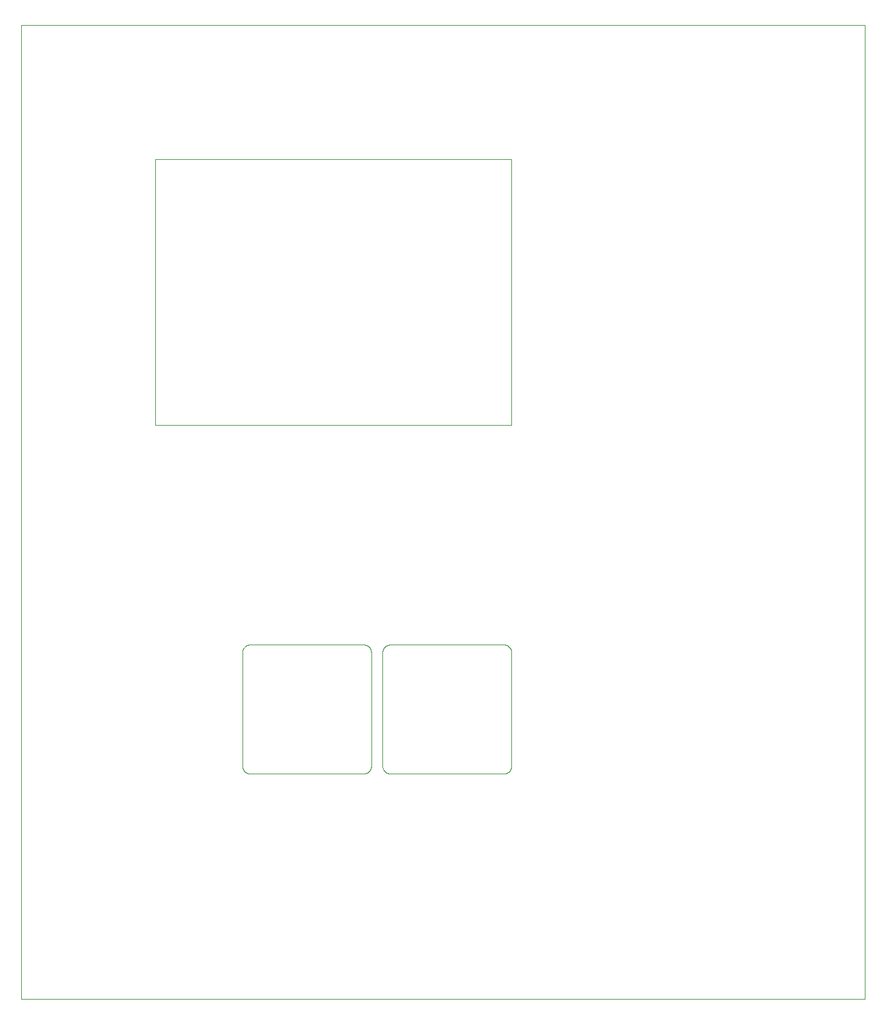
<source format=gm1>
G04 #@! TF.GenerationSoftware,KiCad,Pcbnew,(5.1.2)-1*
G04 #@! TF.CreationDate,2019-05-17T09:45:12+02:00*
G04 #@! TF.ProjectId,frontplate-ctag,66726f6e-7470-46c6-9174-652d63746167,rev?*
G04 #@! TF.SameCoordinates,Original*
G04 #@! TF.FileFunction,Profile,NP*
%FSLAX46Y46*%
G04 Gerber Fmt 4.6, Leading zero omitted, Abs format (unit mm)*
G04 Created by KiCad (PCBNEW (5.1.2)-1) date 2019-05-17 09:45:12*
%MOMM*%
%LPD*%
G04 APERTURE LIST*
%ADD10C,0.100000*%
G04 APERTURE END LIST*
D10*
X70437079Y-54863300D02*
X70437079Y-89864500D01*
X70437079Y-89864500D02*
X70437079Y-54863300D01*
X70437079Y-89864500D02*
X117437239Y-89864500D01*
X117437239Y-89864500D02*
X70437079Y-89864500D01*
X117437239Y-89864500D02*
X117437239Y-54863300D01*
X117437239Y-54863300D02*
X117437239Y-89864500D01*
X117437239Y-54863300D02*
X70437079Y-54863300D01*
X70437079Y-54863300D02*
X117437239Y-54863300D01*
X97935119Y-118863680D02*
X82936419Y-118863680D01*
X82936419Y-118863680D02*
X97935119Y-118863680D01*
X81935659Y-119864440D02*
X81935659Y-134863140D01*
X81935659Y-134863140D02*
X81935659Y-119864440D01*
X82936419Y-135863900D02*
X97935119Y-135863900D01*
X97935119Y-135863900D02*
X82936419Y-135863900D01*
X98935879Y-134863140D02*
X98935879Y-119864440D01*
X98935879Y-119864440D02*
X98935879Y-134863140D01*
X98937403Y-119864948D02*
X98937403Y-119858481D01*
X98937403Y-119858481D02*
X98937352Y-119852022D01*
X98937352Y-119852022D02*
X98937251Y-119845575D01*
X98937251Y-119845575D02*
X98937098Y-119839137D01*
X98937098Y-119839137D02*
X98936921Y-119832710D01*
X98936921Y-119832710D02*
X98936692Y-119826292D01*
X98936692Y-119826292D02*
X98936428Y-119819886D01*
X98936428Y-119819886D02*
X98936126Y-119813488D01*
X98936126Y-119813488D02*
X98935780Y-119807102D01*
X98935780Y-119807102D02*
X98935397Y-119800727D01*
X98935397Y-119800727D02*
X98934972Y-119794361D01*
X98934972Y-119794361D02*
X98934510Y-119788009D01*
X98934510Y-119788009D02*
X98934007Y-119781664D01*
X98934007Y-119781664D02*
X98933466Y-119775334D01*
X98933466Y-119775334D02*
X98932885Y-119769012D01*
X98932885Y-119769012D02*
X98932262Y-119762705D01*
X98932262Y-119762705D02*
X98931604Y-119756406D01*
X98931604Y-119756406D02*
X98930906Y-119750122D01*
X98930906Y-119750122D02*
X98930167Y-119743846D01*
X98930167Y-119743846D02*
X98929392Y-119737585D01*
X98929392Y-119737585D02*
X98928577Y-119731334D01*
X98928577Y-119731334D02*
X98927723Y-119725098D01*
X98927723Y-119725098D02*
X98926832Y-119718873D01*
X98926832Y-119718873D02*
X98925905Y-119712657D01*
X98925905Y-119712657D02*
X98924937Y-119706457D01*
X98924937Y-119706457D02*
X98923931Y-119700270D01*
X98923931Y-119700270D02*
X98922887Y-119694095D01*
X98922887Y-119694095D02*
X98921808Y-119687933D01*
X98921808Y-119687933D02*
X98920687Y-119681784D01*
X98920687Y-119681784D02*
X98919532Y-119675647D01*
X98919532Y-119675647D02*
X98918341Y-119669523D01*
X98918341Y-119669523D02*
X98917109Y-119663414D01*
X98917109Y-119663414D02*
X98915841Y-119657318D01*
X98915841Y-119657318D02*
X98914538Y-119651235D01*
X98914538Y-119651235D02*
X98913197Y-119645167D01*
X98913197Y-119645167D02*
X98911818Y-119639112D01*
X98911818Y-119639112D02*
X98910406Y-119633071D01*
X98910406Y-119633071D02*
X98908953Y-119627044D01*
X98908953Y-119627044D02*
X98907467Y-119621032D01*
X98907467Y-119621032D02*
X98905943Y-119615032D01*
X98905943Y-119615032D02*
X98904383Y-119609051D01*
X98904383Y-119609051D02*
X98902788Y-119603082D01*
X98902788Y-119603082D02*
X98901157Y-119597125D01*
X98901157Y-119597125D02*
X98899491Y-119591187D01*
X98899491Y-119591187D02*
X98897787Y-119585261D01*
X98897787Y-119585261D02*
X98896049Y-119579353D01*
X98896049Y-119579353D02*
X98894277Y-119573458D01*
X98894277Y-119573458D02*
X98892468Y-119567580D01*
X98892468Y-119567580D02*
X98888744Y-119555868D01*
X98888744Y-119555868D02*
X98884884Y-119544220D01*
X98884884Y-119544220D02*
X98880883Y-119532635D01*
X98880883Y-119532635D02*
X98876745Y-119521116D01*
X98876745Y-119521116D02*
X98872471Y-119509660D01*
X98872471Y-119509660D02*
X98868061Y-119498274D01*
X98868061Y-119498274D02*
X98863517Y-119486955D01*
X98863517Y-119486955D02*
X98858841Y-119475703D01*
X98858841Y-119475703D02*
X98854030Y-119464522D01*
X98854030Y-119464522D02*
X98849090Y-119453412D01*
X98849090Y-119453412D02*
X98844018Y-119442373D01*
X98844018Y-119442373D02*
X98838816Y-119431408D01*
X98838816Y-119431408D02*
X98833484Y-119420517D01*
X98833484Y-119420517D02*
X98828026Y-119409699D01*
X98828026Y-119409699D02*
X98822440Y-119398955D01*
X98822440Y-119398955D02*
X98816730Y-119388289D01*
X98816730Y-119388289D02*
X98810896Y-119377702D01*
X98810896Y-119377702D02*
X98804937Y-119367192D01*
X98804937Y-119367192D02*
X98798856Y-119356763D01*
X98798856Y-119356763D02*
X98792651Y-119346412D01*
X98792651Y-119346412D02*
X98786329Y-119336145D01*
X98786329Y-119336145D02*
X98779885Y-119325960D01*
X98779885Y-119325960D02*
X98773322Y-119315858D01*
X98773322Y-119315858D02*
X98766642Y-119305841D01*
X98766642Y-119305841D02*
X98759845Y-119295909D01*
X98759845Y-119295909D02*
X98752931Y-119286062D01*
X98752931Y-119286062D02*
X98745902Y-119276303D01*
X98745902Y-119276303D02*
X98738760Y-119266633D01*
X98738760Y-119266633D02*
X98731506Y-119257052D01*
X98731506Y-119257052D02*
X98724140Y-119247563D01*
X98724140Y-119247563D02*
X98716662Y-119238165D01*
X98716662Y-119238165D02*
X98709075Y-119228858D01*
X98709075Y-119228858D02*
X98701379Y-119219643D01*
X98701379Y-119219643D02*
X98693573Y-119210525D01*
X98693573Y-119210525D02*
X98685661Y-119201500D01*
X98685661Y-119201500D02*
X98677645Y-119192572D01*
X98677645Y-119192572D02*
X98669522Y-119183743D01*
X98669522Y-119183743D02*
X98661295Y-119175010D01*
X98661295Y-119175010D02*
X98652964Y-119166377D01*
X98652964Y-119166377D02*
X98644534Y-119157842D01*
X98644534Y-119157842D02*
X98635999Y-119149412D01*
X98635999Y-119149412D02*
X98627366Y-119141081D01*
X98627366Y-119141081D02*
X98618633Y-119132854D01*
X98618633Y-119132854D02*
X98609804Y-119124731D01*
X98609804Y-119124731D02*
X98600876Y-119116715D01*
X98600876Y-119116715D02*
X98591851Y-119108803D01*
X98591851Y-119108803D02*
X98582733Y-119100997D01*
X98582733Y-119100997D02*
X98573518Y-119093301D01*
X98573518Y-119093301D02*
X98564211Y-119085714D01*
X98564211Y-119085714D02*
X98554813Y-119078236D01*
X98554813Y-119078236D02*
X98545324Y-119070870D01*
X98545324Y-119070870D02*
X98535743Y-119063616D01*
X98535743Y-119063616D02*
X98526073Y-119056474D01*
X98526073Y-119056474D02*
X98516314Y-119049445D01*
X98516314Y-119049445D02*
X98506467Y-119042532D01*
X98506467Y-119042532D02*
X98496535Y-119035735D01*
X98496535Y-119035735D02*
X98486518Y-119029054D01*
X98486518Y-119029054D02*
X98476416Y-119022491D01*
X98476416Y-119022491D02*
X98466231Y-119016047D01*
X98466231Y-119016047D02*
X98455964Y-119009725D01*
X98455964Y-119009725D02*
X98445614Y-119003520D01*
X98445614Y-119003520D02*
X98435184Y-118997439D01*
X98435184Y-118997439D02*
X98424674Y-118991480D01*
X98424674Y-118991480D02*
X98414087Y-118985646D01*
X98414087Y-118985646D02*
X98403422Y-118979936D01*
X98403422Y-118979936D02*
X98392677Y-118974350D01*
X98392677Y-118974350D02*
X98381860Y-118968892D01*
X98381860Y-118968892D02*
X98370968Y-118963560D01*
X98370968Y-118963560D02*
X98360003Y-118958358D01*
X98360003Y-118958358D02*
X98348964Y-118953286D01*
X98348964Y-118953286D02*
X98337854Y-118948346D01*
X98337854Y-118948346D02*
X98326673Y-118943535D01*
X98326673Y-118943535D02*
X98315421Y-118938859D01*
X98315421Y-118938859D02*
X98304102Y-118934315D01*
X98304102Y-118934315D02*
X98292716Y-118929905D01*
X98292716Y-118929905D02*
X98281260Y-118925631D01*
X98281260Y-118925631D02*
X98269741Y-118921493D01*
X98269741Y-118921493D02*
X98258156Y-118917492D01*
X98258156Y-118917492D02*
X98246508Y-118913632D01*
X98246508Y-118913632D02*
X98234796Y-118909908D01*
X98234796Y-118909908D02*
X98228918Y-118908100D01*
X98228918Y-118908100D02*
X98223023Y-118906327D01*
X98223023Y-118906327D02*
X98217115Y-118904589D01*
X98217115Y-118904589D02*
X98211189Y-118902885D01*
X98211189Y-118902885D02*
X98205251Y-118901219D01*
X98205251Y-118901219D02*
X98199294Y-118899588D01*
X98199294Y-118899588D02*
X98193325Y-118897993D01*
X98193325Y-118897993D02*
X98187344Y-118896433D01*
X98187344Y-118896433D02*
X98181344Y-118894909D01*
X98181344Y-118894909D02*
X98175332Y-118893423D01*
X98175332Y-118893423D02*
X98169305Y-118891971D01*
X98169305Y-118891971D02*
X98163265Y-118890558D01*
X98163265Y-118890558D02*
X98157209Y-118889179D01*
X98157209Y-118889179D02*
X98151141Y-118887838D01*
X98151141Y-118887838D02*
X98145058Y-118886535D01*
X98145058Y-118886535D02*
X98138962Y-118885267D01*
X98138962Y-118885267D02*
X98132853Y-118884036D01*
X98132853Y-118884036D02*
X98126729Y-118882844D01*
X98126729Y-118882844D02*
X98120593Y-118881689D01*
X98120593Y-118881689D02*
X98114443Y-118880568D01*
X98114443Y-118880568D02*
X98108281Y-118879489D01*
X98108281Y-118879489D02*
X98102106Y-118878445D01*
X98102106Y-118878445D02*
X98095919Y-118877439D01*
X98095919Y-118877439D02*
X98089719Y-118876471D01*
X98089719Y-118876471D02*
X98083503Y-118875544D01*
X98083503Y-118875544D02*
X98077278Y-118874653D01*
X98077278Y-118874653D02*
X98071042Y-118873799D01*
X98071042Y-118873799D02*
X98064791Y-118872984D01*
X98064791Y-118872984D02*
X98058530Y-118872209D01*
X98058530Y-118872209D02*
X98052254Y-118871470D01*
X98052254Y-118871470D02*
X98045970Y-118870772D01*
X98045970Y-118870772D02*
X98039671Y-118870114D01*
X98039671Y-118870114D02*
X98033364Y-118869492D01*
X98033364Y-118869492D02*
X98027042Y-118868910D01*
X98027042Y-118868910D02*
X98020712Y-118868369D01*
X98020712Y-118868369D02*
X98014367Y-118867866D01*
X98014367Y-118867866D02*
X98008015Y-118867404D01*
X98008015Y-118867404D02*
X98001649Y-118866979D01*
X98001649Y-118866979D02*
X97995274Y-118866596D01*
X97995274Y-118866596D02*
X97988888Y-118866250D01*
X97988888Y-118866250D02*
X97982490Y-118865948D01*
X97982490Y-118865948D02*
X97976084Y-118865684D01*
X97976084Y-118865684D02*
X97969666Y-118865455D01*
X97969666Y-118865455D02*
X97963240Y-118865278D01*
X97963240Y-118865278D02*
X97956801Y-118865125D01*
X97956801Y-118865125D02*
X97950354Y-118865024D01*
X97950354Y-118865024D02*
X97943895Y-118864973D01*
X97943895Y-118864973D02*
X97937428Y-118864973D01*
X97937405Y-135864916D02*
X97943872Y-135864916D01*
X97943872Y-135864916D02*
X97950331Y-135864865D01*
X97950331Y-135864865D02*
X97956778Y-135864764D01*
X97956778Y-135864764D02*
X97963217Y-135864611D01*
X97963217Y-135864611D02*
X97969643Y-135864433D01*
X97969643Y-135864433D02*
X97976061Y-135864205D01*
X97976061Y-135864205D02*
X97982467Y-135863941D01*
X97982467Y-135863941D02*
X97988866Y-135863638D01*
X97988866Y-135863638D02*
X97995251Y-135863293D01*
X97995251Y-135863293D02*
X98001627Y-135862909D01*
X98001627Y-135862909D02*
X98007992Y-135862485D01*
X98007992Y-135862485D02*
X98014344Y-135862023D01*
X98014344Y-135862023D02*
X98020689Y-135861520D01*
X98020689Y-135861520D02*
X98027019Y-135860979D01*
X98027019Y-135860979D02*
X98033341Y-135860397D01*
X98033341Y-135860397D02*
X98039648Y-135859775D01*
X98039648Y-135859775D02*
X98045947Y-135859117D01*
X98045947Y-135859117D02*
X98052231Y-135858419D01*
X98052231Y-135858419D02*
X98058507Y-135857680D01*
X98058507Y-135857680D02*
X98064768Y-135856905D01*
X98064768Y-135856905D02*
X98071019Y-135856090D01*
X98071019Y-135856090D02*
X98077255Y-135855236D01*
X98077255Y-135855236D02*
X98083481Y-135854345D01*
X98083481Y-135854345D02*
X98089696Y-135853417D01*
X98089696Y-135853417D02*
X98095896Y-135852450D01*
X98095896Y-135852450D02*
X98102084Y-135851444D01*
X98102084Y-135851444D02*
X98108258Y-135850400D01*
X98108258Y-135850400D02*
X98114420Y-135849320D01*
X98114420Y-135849320D02*
X98120570Y-135848200D01*
X98120570Y-135848200D02*
X98126706Y-135847045D01*
X98126706Y-135847045D02*
X98132830Y-135845853D01*
X98132830Y-135845853D02*
X98138939Y-135844621D01*
X98138939Y-135844621D02*
X98145035Y-135843354D01*
X98145035Y-135843354D02*
X98151118Y-135842051D01*
X98151118Y-135842051D02*
X98157186Y-135840710D01*
X98157186Y-135840710D02*
X98163242Y-135839331D01*
X98163242Y-135839331D02*
X98169282Y-135837918D01*
X98169282Y-135837918D02*
X98175309Y-135836465D01*
X98175309Y-135836465D02*
X98181321Y-135834980D01*
X98181321Y-135834980D02*
X98187321Y-135833456D01*
X98187321Y-135833456D02*
X98193303Y-135831896D01*
X98193303Y-135831896D02*
X98199272Y-135830301D01*
X98199272Y-135830301D02*
X98205228Y-135828670D01*
X98205228Y-135828670D02*
X98211166Y-135827004D01*
X98211166Y-135827004D02*
X98217092Y-135825300D01*
X98217092Y-135825300D02*
X98223000Y-135823562D01*
X98223000Y-135823562D02*
X98228896Y-135821789D01*
X98228896Y-135821789D02*
X98234773Y-135819981D01*
X98234773Y-135819981D02*
X98246485Y-135816257D01*
X98246485Y-135816257D02*
X98258134Y-135812396D01*
X98258134Y-135812396D02*
X98269719Y-135808396D01*
X98269719Y-135808396D02*
X98281237Y-135804258D01*
X98281237Y-135804258D02*
X98292693Y-135799983D01*
X98292693Y-135799983D02*
X98304080Y-135795574D01*
X98304080Y-135795574D02*
X98315398Y-135791030D01*
X98315398Y-135791030D02*
X98326650Y-135786354D01*
X98326650Y-135786354D02*
X98337831Y-135781543D01*
X98337831Y-135781543D02*
X98348941Y-135776603D01*
X98348941Y-135776603D02*
X98359980Y-135771530D01*
X98359980Y-135771530D02*
X98370945Y-135766328D01*
X98370945Y-135766328D02*
X98381837Y-135760997D01*
X98381837Y-135760997D02*
X98392655Y-135755539D01*
X98392655Y-135755539D02*
X98403399Y-135749953D01*
X98403399Y-135749953D02*
X98414064Y-135744243D01*
X98414064Y-135744243D02*
X98424651Y-135738409D01*
X98424651Y-135738409D02*
X98435161Y-135732450D01*
X98435161Y-135732450D02*
X98445591Y-135726369D01*
X98445591Y-135726369D02*
X98455941Y-135720164D01*
X98455941Y-135720164D02*
X98466208Y-135713842D01*
X98466208Y-135713842D02*
X98476393Y-135707398D01*
X98476393Y-135707398D02*
X98486495Y-135700835D01*
X98486495Y-135700835D02*
X98496513Y-135694154D01*
X98496513Y-135694154D02*
X98506444Y-135687357D01*
X98506444Y-135687357D02*
X98516292Y-135680443D01*
X98516292Y-135680443D02*
X98526050Y-135673415D01*
X98526050Y-135673415D02*
X98535720Y-135666273D01*
X98535720Y-135666273D02*
X98545301Y-135659019D01*
X98545301Y-135659019D02*
X98554790Y-135651653D01*
X98554790Y-135651653D02*
X98564188Y-135644175D01*
X98564188Y-135644175D02*
X98573495Y-135636588D01*
X98573495Y-135636588D02*
X98582710Y-135628892D01*
X98582710Y-135628892D02*
X98591829Y-135621086D01*
X98591829Y-135621086D02*
X98600853Y-135613174D01*
X98600853Y-135613174D02*
X98609781Y-135605158D01*
X98609781Y-135605158D02*
X98618610Y-135597035D01*
X98618610Y-135597035D02*
X98627343Y-135588808D01*
X98627343Y-135588808D02*
X98635976Y-135580477D01*
X98635976Y-135580477D02*
X98644511Y-135572046D01*
X98644511Y-135572046D02*
X98652941Y-135563512D01*
X98652941Y-135563512D02*
X98661272Y-135554879D01*
X98661272Y-135554879D02*
X98669499Y-135546146D01*
X98669499Y-135546146D02*
X98677622Y-135537317D01*
X98677622Y-135537317D02*
X98685638Y-135528389D01*
X98685638Y-135528389D02*
X98693551Y-135519364D01*
X98693551Y-135519364D02*
X98701356Y-135510246D01*
X98701356Y-135510246D02*
X98709052Y-135501031D01*
X98709052Y-135501031D02*
X98716639Y-135491724D01*
X98716639Y-135491724D02*
X98724117Y-135482326D01*
X98724117Y-135482326D02*
X98731483Y-135472837D01*
X98731483Y-135472837D02*
X98738737Y-135463256D01*
X98738737Y-135463256D02*
X98745880Y-135453586D01*
X98745880Y-135453586D02*
X98752908Y-135443827D01*
X98752908Y-135443827D02*
X98759822Y-135433980D01*
X98759822Y-135433980D02*
X98766619Y-135424048D01*
X98766619Y-135424048D02*
X98773299Y-135414030D01*
X98773299Y-135414030D02*
X98779862Y-135403929D01*
X98779862Y-135403929D02*
X98786306Y-135393743D01*
X98786306Y-135393743D02*
X98792628Y-135383477D01*
X98792628Y-135383477D02*
X98798834Y-135373126D01*
X98798834Y-135373126D02*
X98804914Y-135362697D01*
X98804914Y-135362697D02*
X98810873Y-135352187D01*
X98810873Y-135352187D02*
X98816708Y-135341600D01*
X98816708Y-135341600D02*
X98822417Y-135330934D01*
X98822417Y-135330934D02*
X98828003Y-135320190D01*
X98828003Y-135320190D02*
X98833461Y-135309372D01*
X98833461Y-135309372D02*
X98838793Y-135298481D01*
X98838793Y-135298481D02*
X98843995Y-135287516D01*
X98843995Y-135287516D02*
X98849067Y-135276477D01*
X98849067Y-135276477D02*
X98854007Y-135265367D01*
X98854007Y-135265367D02*
X98858818Y-135254186D01*
X98858818Y-135254186D02*
X98863494Y-135242934D01*
X98863494Y-135242934D02*
X98868038Y-135231615D01*
X98868038Y-135231615D02*
X98872448Y-135220228D01*
X98872448Y-135220228D02*
X98876723Y-135208773D01*
X98876723Y-135208773D02*
X98880860Y-135197254D01*
X98880860Y-135197254D02*
X98884861Y-135185669D01*
X98884861Y-135185669D02*
X98888722Y-135174021D01*
X98888722Y-135174021D02*
X98892445Y-135162309D01*
X98892445Y-135162309D02*
X98894254Y-135156431D01*
X98894254Y-135156431D02*
X98896027Y-135150536D01*
X98896027Y-135150536D02*
X98897764Y-135144628D01*
X98897764Y-135144628D02*
X98899468Y-135138702D01*
X98899468Y-135138702D02*
X98901135Y-135132764D01*
X98901135Y-135132764D02*
X98902765Y-135126807D01*
X98902765Y-135126807D02*
X98904360Y-135120838D01*
X98904360Y-135120838D02*
X98905920Y-135114857D01*
X98905920Y-135114857D02*
X98907444Y-135108857D01*
X98907444Y-135108857D02*
X98908930Y-135102845D01*
X98908930Y-135102845D02*
X98910383Y-135096817D01*
X98910383Y-135096817D02*
X98911795Y-135090777D01*
X98911795Y-135090777D02*
X98913174Y-135084722D01*
X98913174Y-135084722D02*
X98914515Y-135078654D01*
X98914515Y-135078654D02*
X98915818Y-135072571D01*
X98915818Y-135072571D02*
X98917086Y-135066475D01*
X98917086Y-135066475D02*
X98918318Y-135060366D01*
X98918318Y-135060366D02*
X98919509Y-135054242D01*
X98919509Y-135054242D02*
X98920665Y-135048105D01*
X98920665Y-135048105D02*
X98921785Y-135041956D01*
X98921785Y-135041956D02*
X98922864Y-135035794D01*
X98922864Y-135035794D02*
X98923908Y-135029619D01*
X98923908Y-135029619D02*
X98924914Y-135023432D01*
X98924914Y-135023432D02*
X98925882Y-135017232D01*
X98925882Y-135017232D02*
X98926809Y-135011016D01*
X98926809Y-135011016D02*
X98927700Y-135004791D01*
X98927700Y-135004791D02*
X98928554Y-134998555D01*
X98928554Y-134998555D02*
X98929369Y-134992304D01*
X98929369Y-134992304D02*
X98930144Y-134986043D01*
X98930144Y-134986043D02*
X98930883Y-134979767D01*
X98930883Y-134979767D02*
X98931582Y-134973483D01*
X98931582Y-134973483D02*
X98932239Y-134967183D01*
X98932239Y-134967183D02*
X98932862Y-134960877D01*
X98932862Y-134960877D02*
X98933443Y-134954555D01*
X98933443Y-134954555D02*
X98933984Y-134948225D01*
X98933984Y-134948225D02*
X98934487Y-134941880D01*
X98934487Y-134941880D02*
X98934950Y-134935527D01*
X98934950Y-134935527D02*
X98935374Y-134929162D01*
X98935374Y-134929162D02*
X98935757Y-134922787D01*
X98935757Y-134922787D02*
X98936103Y-134916401D01*
X98936103Y-134916401D02*
X98936405Y-134910003D01*
X98936405Y-134910003D02*
X98936669Y-134903597D01*
X98936669Y-134903597D02*
X98936898Y-134897179D01*
X98936898Y-134897179D02*
X98937076Y-134890752D01*
X98937076Y-134890752D02*
X98937228Y-134884313D01*
X98937228Y-134884313D02*
X98937330Y-134877867D01*
X98937330Y-134877867D02*
X98937380Y-134871408D01*
X98937380Y-134871408D02*
X98937380Y-134864941D01*
X82937435Y-118864950D02*
X82930968Y-118864950D01*
X82930968Y-118864950D02*
X82924509Y-118865001D01*
X82924509Y-118865001D02*
X82918063Y-118865102D01*
X82918063Y-118865102D02*
X82911624Y-118865255D01*
X82911624Y-118865255D02*
X82905198Y-118865433D01*
X82905198Y-118865433D02*
X82898779Y-118865661D01*
X82898779Y-118865661D02*
X82892373Y-118865925D01*
X82892373Y-118865925D02*
X82885975Y-118866228D01*
X82885975Y-118866228D02*
X82879589Y-118866573D01*
X82879589Y-118866573D02*
X82873214Y-118866957D01*
X82873214Y-118866957D02*
X82866849Y-118867381D01*
X82866849Y-118867381D02*
X82860496Y-118867843D01*
X82860496Y-118867843D02*
X82854151Y-118868346D01*
X82854151Y-118868346D02*
X82847821Y-118868887D01*
X82847821Y-118868887D02*
X82841499Y-118869469D01*
X82841499Y-118869469D02*
X82835193Y-118870091D01*
X82835193Y-118870091D02*
X82828893Y-118870749D01*
X82828893Y-118870749D02*
X82822609Y-118871447D01*
X82822609Y-118871447D02*
X82816333Y-118872186D01*
X82816333Y-118872186D02*
X82810072Y-118872961D01*
X82810072Y-118872961D02*
X82803821Y-118873776D01*
X82803821Y-118873776D02*
X82797585Y-118874630D01*
X82797585Y-118874630D02*
X82791360Y-118875521D01*
X82791360Y-118875521D02*
X82785144Y-118876449D01*
X82785144Y-118876449D02*
X82778944Y-118877416D01*
X82778944Y-118877416D02*
X82772757Y-118878422D01*
X82772757Y-118878422D02*
X82766582Y-118879466D01*
X82766582Y-118879466D02*
X82760420Y-118880546D01*
X82760420Y-118880546D02*
X82754271Y-118881666D01*
X82754271Y-118881666D02*
X82748134Y-118882821D01*
X82748134Y-118882821D02*
X82742010Y-118884013D01*
X82742010Y-118884013D02*
X82735901Y-118885245D01*
X82735901Y-118885245D02*
X82729805Y-118886512D01*
X82729805Y-118886512D02*
X82723722Y-118887815D01*
X82723722Y-118887815D02*
X82717654Y-118889156D01*
X82717654Y-118889156D02*
X82711599Y-118890535D01*
X82711599Y-118890535D02*
X82705559Y-118891948D01*
X82705559Y-118891948D02*
X82699531Y-118893401D01*
X82699531Y-118893401D02*
X82693519Y-118894886D01*
X82693519Y-118894886D02*
X82687520Y-118896410D01*
X82687520Y-118896410D02*
X82681538Y-118897970D01*
X82681538Y-118897970D02*
X82675569Y-118899565D01*
X82675569Y-118899565D02*
X82669613Y-118901196D01*
X82669613Y-118901196D02*
X82663674Y-118902862D01*
X82663674Y-118902862D02*
X82657748Y-118904566D01*
X82657748Y-118904566D02*
X82651840Y-118906304D01*
X82651840Y-118906304D02*
X82645945Y-118908077D01*
X82645945Y-118908077D02*
X82640067Y-118909885D01*
X82640067Y-118909885D02*
X82628355Y-118913609D01*
X82628355Y-118913609D02*
X82616707Y-118917470D01*
X82616707Y-118917470D02*
X82605122Y-118921470D01*
X82605122Y-118921470D02*
X82593603Y-118925608D01*
X82593603Y-118925608D02*
X82582148Y-118929883D01*
X82582148Y-118929883D02*
X82570761Y-118934292D01*
X82570761Y-118934292D02*
X82559443Y-118938836D01*
X82559443Y-118938836D02*
X82548190Y-118943512D01*
X82548190Y-118943512D02*
X82537009Y-118948323D01*
X82537009Y-118948323D02*
X82525899Y-118953263D01*
X82525899Y-118953263D02*
X82514861Y-118958336D01*
X82514861Y-118958336D02*
X82503895Y-118963538D01*
X82503895Y-118963538D02*
X82493004Y-118968869D01*
X82493004Y-118968869D02*
X82482186Y-118974327D01*
X82482186Y-118974327D02*
X82471442Y-118979913D01*
X82471442Y-118979913D02*
X82460776Y-118985623D01*
X82460776Y-118985623D02*
X82450190Y-118991457D01*
X82450190Y-118991457D02*
X82439679Y-118997416D01*
X82439679Y-118997416D02*
X82429250Y-119003497D01*
X82429250Y-119003497D02*
X82418899Y-119009702D01*
X82418899Y-119009702D02*
X82408633Y-119016024D01*
X82408633Y-119016024D02*
X82398447Y-119022468D01*
X82398447Y-119022468D02*
X82388346Y-119029031D01*
X82388346Y-119029031D02*
X82378328Y-119035712D01*
X82378328Y-119035712D02*
X82368396Y-119042509D01*
X82368396Y-119042509D02*
X82358549Y-119049423D01*
X82358549Y-119049423D02*
X82348790Y-119056451D01*
X82348790Y-119056451D02*
X82339120Y-119063593D01*
X82339120Y-119063593D02*
X82329540Y-119070847D01*
X82329540Y-119070847D02*
X82320050Y-119078213D01*
X82320050Y-119078213D02*
X82310652Y-119085691D01*
X82310652Y-119085691D02*
X82301346Y-119093278D01*
X82301346Y-119093278D02*
X82292130Y-119100974D01*
X82292130Y-119100974D02*
X82283012Y-119108780D01*
X82283012Y-119108780D02*
X82273987Y-119116692D01*
X82273987Y-119116692D02*
X82265059Y-119124708D01*
X82265059Y-119124708D02*
X82256230Y-119132831D01*
X82256230Y-119132831D02*
X82247498Y-119141058D01*
X82247498Y-119141058D02*
X82238864Y-119149389D01*
X82238864Y-119149389D02*
X82230330Y-119157820D01*
X82230330Y-119157820D02*
X82221899Y-119166354D01*
X82221899Y-119166354D02*
X82213568Y-119174987D01*
X82213568Y-119174987D02*
X82205341Y-119183720D01*
X82205341Y-119183720D02*
X82197218Y-119192549D01*
X82197218Y-119192549D02*
X82189202Y-119201477D01*
X82189202Y-119201477D02*
X82181290Y-119210502D01*
X82181290Y-119210502D02*
X82173485Y-119219620D01*
X82173485Y-119219620D02*
X82165788Y-119228835D01*
X82165788Y-119228835D02*
X82158201Y-119238142D01*
X82158201Y-119238142D02*
X82150724Y-119247540D01*
X82150724Y-119247540D02*
X82143358Y-119257029D01*
X82143358Y-119257029D02*
X82136103Y-119266610D01*
X82136103Y-119266610D02*
X82128961Y-119276280D01*
X82128961Y-119276280D02*
X82121933Y-119286039D01*
X82121933Y-119286039D02*
X82115019Y-119295886D01*
X82115019Y-119295886D02*
X82108222Y-119305818D01*
X82108222Y-119305818D02*
X82101542Y-119315836D01*
X82101542Y-119315836D02*
X82094978Y-119325937D01*
X82094978Y-119325937D02*
X82088534Y-119336123D01*
X82088534Y-119336123D02*
X82082212Y-119346389D01*
X82082212Y-119346389D02*
X82076007Y-119356740D01*
X82076007Y-119356740D02*
X82069926Y-119367169D01*
X82069926Y-119367169D02*
X82063967Y-119377679D01*
X82063967Y-119377679D02*
X82058133Y-119388266D01*
X82058133Y-119388266D02*
X82052423Y-119398932D01*
X82052423Y-119398932D02*
X82046838Y-119409676D01*
X82046838Y-119409676D02*
X82041379Y-119420494D01*
X82041379Y-119420494D02*
X82036048Y-119431385D01*
X82036048Y-119431385D02*
X82030846Y-119442350D01*
X82030846Y-119442350D02*
X82025773Y-119453389D01*
X82025773Y-119453389D02*
X82020833Y-119464499D01*
X82020833Y-119464499D02*
X82016022Y-119475680D01*
X82016022Y-119475680D02*
X82011346Y-119486932D01*
X82011346Y-119486932D02*
X82006802Y-119498251D01*
X82006802Y-119498251D02*
X82002393Y-119509638D01*
X82002393Y-119509638D02*
X81998118Y-119521093D01*
X81998118Y-119521093D02*
X81993980Y-119532612D01*
X81993980Y-119532612D02*
X81989980Y-119544197D01*
X81989980Y-119544197D02*
X81986119Y-119555845D01*
X81986119Y-119555845D02*
X81982395Y-119567557D01*
X81982395Y-119567557D02*
X81980587Y-119573435D01*
X81980587Y-119573435D02*
X81978814Y-119579330D01*
X81978814Y-119579330D02*
X81977076Y-119585238D01*
X81977076Y-119585238D02*
X81975372Y-119591164D01*
X81975372Y-119591164D02*
X81973706Y-119597102D01*
X81973706Y-119597102D02*
X81972075Y-119603059D01*
X81972075Y-119603059D02*
X81970480Y-119609028D01*
X81970480Y-119609028D02*
X81968921Y-119615009D01*
X81968921Y-119615009D02*
X81967397Y-119621009D01*
X81967397Y-119621009D02*
X81965911Y-119627021D01*
X81965911Y-119627021D02*
X81964458Y-119633049D01*
X81964458Y-119633049D02*
X81963046Y-119639089D01*
X81963046Y-119639089D02*
X81961666Y-119645144D01*
X81961666Y-119645144D02*
X81960325Y-119651212D01*
X81960325Y-119651212D02*
X81959022Y-119657295D01*
X81959022Y-119657295D02*
X81957755Y-119663391D01*
X81957755Y-119663391D02*
X81956523Y-119669500D01*
X81956523Y-119669500D02*
X81955332Y-119675624D01*
X81955332Y-119675624D02*
X81954176Y-119681761D01*
X81954176Y-119681761D02*
X81953056Y-119687910D01*
X81953056Y-119687910D02*
X81951976Y-119694072D01*
X81951976Y-119694072D02*
X81950932Y-119700247D01*
X81950932Y-119700247D02*
X81949926Y-119706434D01*
X81949926Y-119706434D02*
X81948959Y-119712634D01*
X81948959Y-119712634D02*
X81948032Y-119718850D01*
X81948032Y-119718850D02*
X81947140Y-119725075D01*
X81947140Y-119725075D02*
X81946287Y-119731311D01*
X81946287Y-119731311D02*
X81945471Y-119737562D01*
X81945471Y-119737562D02*
X81944697Y-119743823D01*
X81944697Y-119743823D02*
X81943957Y-119750099D01*
X81943957Y-119750099D02*
X81943259Y-119756383D01*
X81943259Y-119756383D02*
X81942601Y-119762683D01*
X81942601Y-119762683D02*
X81941979Y-119768989D01*
X81941979Y-119768989D02*
X81941397Y-119775311D01*
X81941397Y-119775311D02*
X81940856Y-119781641D01*
X81940856Y-119781641D02*
X81940353Y-119787986D01*
X81940353Y-119787986D02*
X81939891Y-119794339D01*
X81939891Y-119794339D02*
X81939467Y-119800704D01*
X81939467Y-119800704D02*
X81939083Y-119807079D01*
X81939083Y-119807079D02*
X81938738Y-119813465D01*
X81938738Y-119813465D02*
X81938435Y-119819863D01*
X81938435Y-119819863D02*
X81938171Y-119826269D01*
X81938171Y-119826269D02*
X81937943Y-119832687D01*
X81937943Y-119832687D02*
X81937765Y-119839114D01*
X81937765Y-119839114D02*
X81937612Y-119845553D01*
X81937612Y-119845553D02*
X81937511Y-119851999D01*
X81937511Y-119851999D02*
X81937460Y-119858458D01*
X81937460Y-119858458D02*
X81937460Y-119864925D01*
X81937437Y-134864918D02*
X81937437Y-134871385D01*
X81937437Y-134871385D02*
X81937488Y-134877844D01*
X81937488Y-134877844D02*
X81937590Y-134884291D01*
X81937590Y-134884291D02*
X81937742Y-134890729D01*
X81937742Y-134890729D02*
X81937920Y-134897156D01*
X81937920Y-134897156D02*
X81938148Y-134903574D01*
X81938148Y-134903574D02*
X81938413Y-134909980D01*
X81938413Y-134909980D02*
X81938715Y-134916378D01*
X81938715Y-134916378D02*
X81939060Y-134922764D01*
X81939060Y-134922764D02*
X81939444Y-134929139D01*
X81939444Y-134929139D02*
X81939868Y-134935505D01*
X81939868Y-134935505D02*
X81940330Y-134941857D01*
X81940330Y-134941857D02*
X81940833Y-134948202D01*
X81940833Y-134948202D02*
X81941374Y-134954532D01*
X81941374Y-134954532D02*
X81941956Y-134960854D01*
X81941956Y-134960854D02*
X81942578Y-134967161D01*
X81942578Y-134967161D02*
X81943236Y-134973460D01*
X81943236Y-134973460D02*
X81943935Y-134979744D01*
X81943935Y-134979744D02*
X81944674Y-134986020D01*
X81944674Y-134986020D02*
X81945448Y-134992281D01*
X81945448Y-134992281D02*
X81946264Y-134998532D01*
X81946264Y-134998532D02*
X81947117Y-135004768D01*
X81947117Y-135004768D02*
X81948009Y-135010993D01*
X81948009Y-135010993D02*
X81948936Y-135017209D01*
X81948936Y-135017209D02*
X81949904Y-135023409D01*
X81949904Y-135023409D02*
X81950909Y-135029596D01*
X81950909Y-135029596D02*
X81951953Y-135035771D01*
X81951953Y-135035771D02*
X81953033Y-135041933D01*
X81953033Y-135041933D02*
X81954153Y-135048082D01*
X81954153Y-135048082D02*
X81955309Y-135054219D01*
X81955309Y-135054219D02*
X81956500Y-135060343D01*
X81956500Y-135060343D02*
X81957732Y-135066452D01*
X81957732Y-135066452D02*
X81958999Y-135072548D01*
X81958999Y-135072548D02*
X81960302Y-135078631D01*
X81960302Y-135078631D02*
X81961643Y-135084699D01*
X81961643Y-135084699D02*
X81963023Y-135090754D01*
X81963023Y-135090754D02*
X81964435Y-135096795D01*
X81964435Y-135096795D02*
X81965888Y-135102822D01*
X81965888Y-135102822D02*
X81967374Y-135108834D01*
X81967374Y-135108834D02*
X81968898Y-135114834D01*
X81968898Y-135114834D02*
X81970457Y-135120815D01*
X81970457Y-135120815D02*
X81972052Y-135126784D01*
X81972052Y-135126784D02*
X81973683Y-135132741D01*
X81973683Y-135132741D02*
X81975349Y-135138679D01*
X81975349Y-135138679D02*
X81977054Y-135144605D01*
X81977054Y-135144605D02*
X81978791Y-135150513D01*
X81978791Y-135150513D02*
X81980564Y-135156408D01*
X81980564Y-135156408D02*
X81982372Y-135162286D01*
X81982372Y-135162286D02*
X81986096Y-135173998D01*
X81986096Y-135173998D02*
X81989957Y-135185646D01*
X81989957Y-135185646D02*
X81993957Y-135197231D01*
X81993957Y-135197231D02*
X81998095Y-135208750D01*
X81998095Y-135208750D02*
X82002370Y-135220206D01*
X82002370Y-135220206D02*
X82006779Y-135231592D01*
X82006779Y-135231592D02*
X82011323Y-135242911D01*
X82011323Y-135242911D02*
X82015999Y-135254163D01*
X82015999Y-135254163D02*
X82020810Y-135265344D01*
X82020810Y-135265344D02*
X82025750Y-135276454D01*
X82025750Y-135276454D02*
X82030823Y-135287493D01*
X82030823Y-135287493D02*
X82036025Y-135298458D01*
X82036025Y-135298458D02*
X82041356Y-135309349D01*
X82041356Y-135309349D02*
X82046815Y-135320167D01*
X82046815Y-135320167D02*
X82052400Y-135330911D01*
X82052400Y-135330911D02*
X82058110Y-135341577D01*
X82058110Y-135341577D02*
X82063944Y-135352164D01*
X82063944Y-135352164D02*
X82069903Y-135362674D01*
X82069903Y-135362674D02*
X82075984Y-135373103D01*
X82075984Y-135373103D02*
X82082189Y-135383454D01*
X82082189Y-135383454D02*
X82088511Y-135393721D01*
X82088511Y-135393721D02*
X82094955Y-135403906D01*
X82094955Y-135403906D02*
X82101519Y-135414008D01*
X82101519Y-135414008D02*
X82108199Y-135424025D01*
X82108199Y-135424025D02*
X82114996Y-135433957D01*
X82114996Y-135433957D02*
X82121910Y-135443804D01*
X82121910Y-135443804D02*
X82128938Y-135453563D01*
X82128938Y-135453563D02*
X82136080Y-135463233D01*
X82136080Y-135463233D02*
X82143335Y-135472814D01*
X82143335Y-135472814D02*
X82150701Y-135482303D01*
X82150701Y-135482303D02*
X82158178Y-135491701D01*
X82158178Y-135491701D02*
X82165765Y-135501008D01*
X82165765Y-135501008D02*
X82173462Y-135510223D01*
X82173462Y-135510223D02*
X82181267Y-135519341D01*
X82181267Y-135519341D02*
X82189179Y-135528366D01*
X82189179Y-135528366D02*
X82197195Y-135537294D01*
X82197195Y-135537294D02*
X82205318Y-135546123D01*
X82205318Y-135546123D02*
X82213545Y-135554856D01*
X82213545Y-135554856D02*
X82221877Y-135563489D01*
X82221877Y-135563489D02*
X82230307Y-135572024D01*
X82230307Y-135572024D02*
X82238841Y-135580454D01*
X82238841Y-135580454D02*
X82247475Y-135588785D01*
X82247475Y-135588785D02*
X82256207Y-135597012D01*
X82256207Y-135597012D02*
X82265036Y-135605135D01*
X82265036Y-135605135D02*
X82273964Y-135613151D01*
X82273964Y-135613151D02*
X82282989Y-135621063D01*
X82282989Y-135621063D02*
X82292108Y-135628869D01*
X82292108Y-135628869D02*
X82301323Y-135636565D01*
X82301323Y-135636565D02*
X82310629Y-135644152D01*
X82310629Y-135644152D02*
X82320027Y-135651630D01*
X82320027Y-135651630D02*
X82329517Y-135658996D01*
X82329517Y-135658996D02*
X82339098Y-135666250D01*
X82339098Y-135666250D02*
X82348767Y-135673392D01*
X82348767Y-135673392D02*
X82358526Y-135680421D01*
X82358526Y-135680421D02*
X82368374Y-135687334D01*
X82368374Y-135687334D02*
X82378305Y-135694131D01*
X82378305Y-135694131D02*
X82388323Y-135700812D01*
X82388323Y-135700812D02*
X82398424Y-135707375D01*
X82398424Y-135707375D02*
X82408610Y-135713819D01*
X82408610Y-135713819D02*
X82418876Y-135720141D01*
X82418876Y-135720141D02*
X82429227Y-135726346D01*
X82429227Y-135726346D02*
X82439656Y-135732427D01*
X82439656Y-135732427D02*
X82450167Y-135738386D01*
X82450167Y-135738386D02*
X82460753Y-135744220D01*
X82460753Y-135744220D02*
X82471419Y-135749930D01*
X82471419Y-135749930D02*
X82482163Y-135755516D01*
X82482163Y-135755516D02*
X82492981Y-135760974D01*
X82492981Y-135760974D02*
X82503872Y-135766306D01*
X82503872Y-135766306D02*
X82514838Y-135771508D01*
X82514838Y-135771508D02*
X82525876Y-135776580D01*
X82525876Y-135776580D02*
X82536986Y-135781520D01*
X82536986Y-135781520D02*
X82548168Y-135786331D01*
X82548168Y-135786331D02*
X82559420Y-135791007D01*
X82559420Y-135791007D02*
X82570738Y-135795551D01*
X82570738Y-135795551D02*
X82582125Y-135799961D01*
X82582125Y-135799961D02*
X82593580Y-135804235D01*
X82593580Y-135804235D02*
X82605099Y-135808373D01*
X82605099Y-135808373D02*
X82616684Y-135812374D01*
X82616684Y-135812374D02*
X82628332Y-135816234D01*
X82628332Y-135816234D02*
X82640044Y-135819958D01*
X82640044Y-135819958D02*
X82645922Y-135821766D01*
X82645922Y-135821766D02*
X82651817Y-135823539D01*
X82651817Y-135823539D02*
X82657725Y-135825277D01*
X82657725Y-135825277D02*
X82663651Y-135826981D01*
X82663651Y-135826981D02*
X82669590Y-135828647D01*
X82669590Y-135828647D02*
X82675546Y-135830278D01*
X82675546Y-135830278D02*
X82681515Y-135831873D01*
X82681515Y-135831873D02*
X82687497Y-135833433D01*
X82687497Y-135833433D02*
X82693496Y-135834957D01*
X82693496Y-135834957D02*
X82699508Y-135836443D01*
X82699508Y-135836443D02*
X82705536Y-135837895D01*
X82705536Y-135837895D02*
X82711576Y-135839308D01*
X82711576Y-135839308D02*
X82717631Y-135840687D01*
X82717631Y-135840687D02*
X82723699Y-135842028D01*
X82723699Y-135842028D02*
X82729783Y-135843331D01*
X82729783Y-135843331D02*
X82735879Y-135844599D01*
X82735879Y-135844599D02*
X82741987Y-135845830D01*
X82741987Y-135845830D02*
X82748111Y-135847022D01*
X82748111Y-135847022D02*
X82754248Y-135848177D01*
X82754248Y-135848177D02*
X82760397Y-135849298D01*
X82760397Y-135849298D02*
X82766559Y-135850377D01*
X82766559Y-135850377D02*
X82772734Y-135851421D01*
X82772734Y-135851421D02*
X82778921Y-135852427D01*
X82778921Y-135852427D02*
X82785122Y-135853395D01*
X82785122Y-135853395D02*
X82791337Y-135854322D01*
X82791337Y-135854322D02*
X82797563Y-135855213D01*
X82797563Y-135855213D02*
X82803798Y-135856067D01*
X82803798Y-135856067D02*
X82810049Y-135856882D01*
X82810049Y-135856882D02*
X82816310Y-135857657D01*
X82816310Y-135857657D02*
X82822587Y-135858396D01*
X82822587Y-135858396D02*
X82828871Y-135859094D01*
X82828871Y-135859094D02*
X82835170Y-135859752D01*
X82835170Y-135859752D02*
X82841477Y-135860374D01*
X82841477Y-135860374D02*
X82847799Y-135860956D01*
X82847799Y-135860956D02*
X82854128Y-135861497D01*
X82854128Y-135861497D02*
X82860473Y-135862000D01*
X82860473Y-135862000D02*
X82866826Y-135862462D01*
X82866826Y-135862462D02*
X82873191Y-135862887D01*
X82873191Y-135862887D02*
X82879566Y-135863270D01*
X82879566Y-135863270D02*
X82885952Y-135863616D01*
X82885952Y-135863616D02*
X82892350Y-135863918D01*
X82892350Y-135863918D02*
X82898756Y-135864182D01*
X82898756Y-135864182D02*
X82905175Y-135864411D01*
X82905175Y-135864411D02*
X82911601Y-135864588D01*
X82911601Y-135864588D02*
X82918040Y-135864741D01*
X82918040Y-135864741D02*
X82924486Y-135864842D01*
X82924486Y-135864842D02*
X82930946Y-135864893D01*
X82930946Y-135864893D02*
X82937412Y-135864893D01*
X100437019Y-119864440D02*
X100437019Y-134863140D01*
X100437019Y-134863140D02*
X100437019Y-119864440D01*
X101435239Y-135863900D02*
X116436479Y-135863900D01*
X116436479Y-135863900D02*
X101435239Y-135863900D01*
X117437239Y-134863140D02*
X117437239Y-119864440D01*
X117437239Y-119864440D02*
X117437239Y-134863140D01*
X116436479Y-118863680D02*
X101435239Y-118863680D01*
X101435239Y-118863680D02*
X116436479Y-118863680D01*
X116437495Y-135864916D02*
X116443962Y-135864916D01*
X116443962Y-135864916D02*
X116450421Y-135864865D01*
X116450421Y-135864865D02*
X116456868Y-135864764D01*
X116456868Y-135864764D02*
X116463307Y-135864611D01*
X116463307Y-135864611D02*
X116469733Y-135864433D01*
X116469733Y-135864433D02*
X116476151Y-135864205D01*
X116476151Y-135864205D02*
X116482557Y-135863941D01*
X116482557Y-135863941D02*
X116488956Y-135863638D01*
X116488956Y-135863638D02*
X116495341Y-135863293D01*
X116495341Y-135863293D02*
X116501717Y-135862909D01*
X116501717Y-135862909D02*
X116508082Y-135862485D01*
X116508082Y-135862485D02*
X116514434Y-135862023D01*
X116514434Y-135862023D02*
X116520779Y-135861520D01*
X116520779Y-135861520D02*
X116527109Y-135860979D01*
X116527109Y-135860979D02*
X116533431Y-135860397D01*
X116533431Y-135860397D02*
X116539738Y-135859775D01*
X116539738Y-135859775D02*
X116546037Y-135859117D01*
X116546037Y-135859117D02*
X116552321Y-135858419D01*
X116552321Y-135858419D02*
X116558597Y-135857680D01*
X116558597Y-135857680D02*
X116564858Y-135856905D01*
X116564858Y-135856905D02*
X116571109Y-135856090D01*
X116571109Y-135856090D02*
X116577345Y-135855236D01*
X116577345Y-135855236D02*
X116583571Y-135854345D01*
X116583571Y-135854345D02*
X116589786Y-135853417D01*
X116589786Y-135853417D02*
X116595986Y-135852450D01*
X116595986Y-135852450D02*
X116602174Y-135851444D01*
X116602174Y-135851444D02*
X116608348Y-135850400D01*
X116608348Y-135850400D02*
X116614510Y-135849320D01*
X116614510Y-135849320D02*
X116620660Y-135848200D01*
X116620660Y-135848200D02*
X116626796Y-135847045D01*
X116626796Y-135847045D02*
X116632920Y-135845853D01*
X116632920Y-135845853D02*
X116639029Y-135844621D01*
X116639029Y-135844621D02*
X116645125Y-135843354D01*
X116645125Y-135843354D02*
X116651208Y-135842051D01*
X116651208Y-135842051D02*
X116657276Y-135840710D01*
X116657276Y-135840710D02*
X116663332Y-135839331D01*
X116663332Y-135839331D02*
X116669372Y-135837918D01*
X116669372Y-135837918D02*
X116675399Y-135836465D01*
X116675399Y-135836465D02*
X116681411Y-135834980D01*
X116681411Y-135834980D02*
X116687411Y-135833456D01*
X116687411Y-135833456D02*
X116693393Y-135831896D01*
X116693393Y-135831896D02*
X116699362Y-135830301D01*
X116699362Y-135830301D02*
X116705318Y-135828670D01*
X116705318Y-135828670D02*
X116711256Y-135827004D01*
X116711256Y-135827004D02*
X116717182Y-135825300D01*
X116717182Y-135825300D02*
X116723090Y-135823562D01*
X116723090Y-135823562D02*
X116728986Y-135821789D01*
X116728986Y-135821789D02*
X116734863Y-135819981D01*
X116734863Y-135819981D02*
X116746575Y-135816257D01*
X116746575Y-135816257D02*
X116758224Y-135812396D01*
X116758224Y-135812396D02*
X116769809Y-135808396D01*
X116769809Y-135808396D02*
X116781327Y-135804258D01*
X116781327Y-135804258D02*
X116792783Y-135799983D01*
X116792783Y-135799983D02*
X116804170Y-135795574D01*
X116804170Y-135795574D02*
X116815488Y-135791030D01*
X116815488Y-135791030D02*
X116826740Y-135786354D01*
X116826740Y-135786354D02*
X116837921Y-135781543D01*
X116837921Y-135781543D02*
X116849031Y-135776603D01*
X116849031Y-135776603D02*
X116860070Y-135771530D01*
X116860070Y-135771530D02*
X116871035Y-135766328D01*
X116871035Y-135766328D02*
X116881927Y-135760997D01*
X116881927Y-135760997D02*
X116892745Y-135755539D01*
X116892745Y-135755539D02*
X116903489Y-135749953D01*
X116903489Y-135749953D02*
X116914154Y-135744243D01*
X116914154Y-135744243D02*
X116924741Y-135738409D01*
X116924741Y-135738409D02*
X116935251Y-135732450D01*
X116935251Y-135732450D02*
X116945681Y-135726369D01*
X116945681Y-135726369D02*
X116956031Y-135720164D01*
X116956031Y-135720164D02*
X116966298Y-135713842D01*
X116966298Y-135713842D02*
X116976483Y-135707398D01*
X116976483Y-135707398D02*
X116986585Y-135700835D01*
X116986585Y-135700835D02*
X116996603Y-135694154D01*
X116996603Y-135694154D02*
X117006534Y-135687357D01*
X117006534Y-135687357D02*
X117016382Y-135680443D01*
X117016382Y-135680443D02*
X117026140Y-135673415D01*
X117026140Y-135673415D02*
X117035810Y-135666273D01*
X117035810Y-135666273D02*
X117045391Y-135659019D01*
X117045391Y-135659019D02*
X117054880Y-135651653D01*
X117054880Y-135651653D02*
X117064278Y-135644175D01*
X117064278Y-135644175D02*
X117073585Y-135636588D01*
X117073585Y-135636588D02*
X117082800Y-135628892D01*
X117082800Y-135628892D02*
X117091919Y-135621086D01*
X117091919Y-135621086D02*
X117100943Y-135613174D01*
X117100943Y-135613174D02*
X117109871Y-135605158D01*
X117109871Y-135605158D02*
X117118700Y-135597035D01*
X117118700Y-135597035D02*
X117127433Y-135588808D01*
X117127433Y-135588808D02*
X117136066Y-135580477D01*
X117136066Y-135580477D02*
X117144601Y-135572046D01*
X117144601Y-135572046D02*
X117153031Y-135563512D01*
X117153031Y-135563512D02*
X117161362Y-135554879D01*
X117161362Y-135554879D02*
X117169589Y-135546146D01*
X117169589Y-135546146D02*
X117177712Y-135537317D01*
X117177712Y-135537317D02*
X117185728Y-135528389D01*
X117185728Y-135528389D02*
X117193641Y-135519364D01*
X117193641Y-135519364D02*
X117201446Y-135510246D01*
X117201446Y-135510246D02*
X117209142Y-135501031D01*
X117209142Y-135501031D02*
X117216729Y-135491724D01*
X117216729Y-135491724D02*
X117224207Y-135482326D01*
X117224207Y-135482326D02*
X117231573Y-135472837D01*
X117231573Y-135472837D02*
X117238827Y-135463256D01*
X117238827Y-135463256D02*
X117245970Y-135453586D01*
X117245970Y-135453586D02*
X117252998Y-135443827D01*
X117252998Y-135443827D02*
X117259912Y-135433980D01*
X117259912Y-135433980D02*
X117266709Y-135424048D01*
X117266709Y-135424048D02*
X117273389Y-135414030D01*
X117273389Y-135414030D02*
X117279952Y-135403929D01*
X117279952Y-135403929D02*
X117286396Y-135393743D01*
X117286396Y-135393743D02*
X117292718Y-135383477D01*
X117292718Y-135383477D02*
X117298924Y-135373126D01*
X117298924Y-135373126D02*
X117305004Y-135362697D01*
X117305004Y-135362697D02*
X117310963Y-135352187D01*
X117310963Y-135352187D02*
X117316798Y-135341600D01*
X117316798Y-135341600D02*
X117322507Y-135330934D01*
X117322507Y-135330934D02*
X117328093Y-135320190D01*
X117328093Y-135320190D02*
X117333551Y-135309372D01*
X117333551Y-135309372D02*
X117338883Y-135298481D01*
X117338883Y-135298481D02*
X117344085Y-135287516D01*
X117344085Y-135287516D02*
X117349157Y-135276477D01*
X117349157Y-135276477D02*
X117354097Y-135265367D01*
X117354097Y-135265367D02*
X117358908Y-135254186D01*
X117358908Y-135254186D02*
X117363584Y-135242934D01*
X117363584Y-135242934D02*
X117368128Y-135231615D01*
X117368128Y-135231615D02*
X117372538Y-135220228D01*
X117372538Y-135220228D02*
X117376813Y-135208773D01*
X117376813Y-135208773D02*
X117380950Y-135197254D01*
X117380950Y-135197254D02*
X117384951Y-135185669D01*
X117384951Y-135185669D02*
X117388812Y-135174021D01*
X117388812Y-135174021D02*
X117392535Y-135162309D01*
X117392535Y-135162309D02*
X117394344Y-135156431D01*
X117394344Y-135156431D02*
X117396117Y-135150536D01*
X117396117Y-135150536D02*
X117397854Y-135144628D01*
X117397854Y-135144628D02*
X117399558Y-135138702D01*
X117399558Y-135138702D02*
X117401225Y-135132764D01*
X117401225Y-135132764D02*
X117402855Y-135126807D01*
X117402855Y-135126807D02*
X117404450Y-135120838D01*
X117404450Y-135120838D02*
X117406010Y-135114857D01*
X117406010Y-135114857D02*
X117407534Y-135108857D01*
X117407534Y-135108857D02*
X117409020Y-135102845D01*
X117409020Y-135102845D02*
X117410473Y-135096817D01*
X117410473Y-135096817D02*
X117411885Y-135090777D01*
X117411885Y-135090777D02*
X117413264Y-135084722D01*
X117413264Y-135084722D02*
X117414605Y-135078654D01*
X117414605Y-135078654D02*
X117415908Y-135072571D01*
X117415908Y-135072571D02*
X117417176Y-135066475D01*
X117417176Y-135066475D02*
X117418408Y-135060366D01*
X117418408Y-135060366D02*
X117419599Y-135054242D01*
X117419599Y-135054242D02*
X117420755Y-135048105D01*
X117420755Y-135048105D02*
X117421875Y-135041956D01*
X117421875Y-135041956D02*
X117422954Y-135035794D01*
X117422954Y-135035794D02*
X117423998Y-135029619D01*
X117423998Y-135029619D02*
X117425004Y-135023432D01*
X117425004Y-135023432D02*
X117425972Y-135017232D01*
X117425972Y-135017232D02*
X117426899Y-135011016D01*
X117426899Y-135011016D02*
X117427790Y-135004791D01*
X117427790Y-135004791D02*
X117428644Y-134998555D01*
X117428644Y-134998555D02*
X117429459Y-134992304D01*
X117429459Y-134992304D02*
X117430234Y-134986043D01*
X117430234Y-134986043D02*
X117430973Y-134979767D01*
X117430973Y-134979767D02*
X117431672Y-134973483D01*
X117431672Y-134973483D02*
X117432329Y-134967183D01*
X117432329Y-134967183D02*
X117432952Y-134960877D01*
X117432952Y-134960877D02*
X117433533Y-134954555D01*
X117433533Y-134954555D02*
X117434074Y-134948225D01*
X117434074Y-134948225D02*
X117434577Y-134941880D01*
X117434577Y-134941880D02*
X117435040Y-134935527D01*
X117435040Y-134935527D02*
X117435464Y-134929162D01*
X117435464Y-134929162D02*
X117435847Y-134922787D01*
X117435847Y-134922787D02*
X117436193Y-134916401D01*
X117436193Y-134916401D02*
X117436495Y-134910003D01*
X117436495Y-134910003D02*
X117436759Y-134903597D01*
X117436759Y-134903597D02*
X117436988Y-134897179D01*
X117436988Y-134897179D02*
X117437166Y-134890752D01*
X117437166Y-134890752D02*
X117437318Y-134884313D01*
X117437318Y-134884313D02*
X117437420Y-134877867D01*
X117437420Y-134877867D02*
X117437470Y-134871408D01*
X117437470Y-134871408D02*
X117437470Y-134864941D01*
X117437493Y-119864948D02*
X117437493Y-119858481D01*
X117437493Y-119858481D02*
X117437442Y-119852022D01*
X117437442Y-119852022D02*
X117437341Y-119845575D01*
X117437341Y-119845575D02*
X117437188Y-119839137D01*
X117437188Y-119839137D02*
X117437011Y-119832710D01*
X117437011Y-119832710D02*
X117436782Y-119826292D01*
X117436782Y-119826292D02*
X117436518Y-119819886D01*
X117436518Y-119819886D02*
X117436216Y-119813488D01*
X117436216Y-119813488D02*
X117435870Y-119807102D01*
X117435870Y-119807102D02*
X117435487Y-119800727D01*
X117435487Y-119800727D02*
X117435062Y-119794361D01*
X117435062Y-119794361D02*
X117434600Y-119788009D01*
X117434600Y-119788009D02*
X117434097Y-119781664D01*
X117434097Y-119781664D02*
X117433556Y-119775334D01*
X117433556Y-119775334D02*
X117432975Y-119769012D01*
X117432975Y-119769012D02*
X117432352Y-119762705D01*
X117432352Y-119762705D02*
X117431694Y-119756406D01*
X117431694Y-119756406D02*
X117430996Y-119750122D01*
X117430996Y-119750122D02*
X117430257Y-119743846D01*
X117430257Y-119743846D02*
X117429482Y-119737585D01*
X117429482Y-119737585D02*
X117428667Y-119731334D01*
X117428667Y-119731334D02*
X117427813Y-119725098D01*
X117427813Y-119725098D02*
X117426922Y-119718873D01*
X117426922Y-119718873D02*
X117425995Y-119712657D01*
X117425995Y-119712657D02*
X117425027Y-119706457D01*
X117425027Y-119706457D02*
X117424021Y-119700270D01*
X117424021Y-119700270D02*
X117422977Y-119694095D01*
X117422977Y-119694095D02*
X117421898Y-119687933D01*
X117421898Y-119687933D02*
X117420777Y-119681784D01*
X117420777Y-119681784D02*
X117419622Y-119675647D01*
X117419622Y-119675647D02*
X117418431Y-119669523D01*
X117418431Y-119669523D02*
X117417199Y-119663414D01*
X117417199Y-119663414D02*
X117415931Y-119657318D01*
X117415931Y-119657318D02*
X117414628Y-119651235D01*
X117414628Y-119651235D02*
X117413287Y-119645167D01*
X117413287Y-119645167D02*
X117411908Y-119639112D01*
X117411908Y-119639112D02*
X117410496Y-119633071D01*
X117410496Y-119633071D02*
X117409043Y-119627044D01*
X117409043Y-119627044D02*
X117407557Y-119621032D01*
X117407557Y-119621032D02*
X117406033Y-119615032D01*
X117406033Y-119615032D02*
X117404473Y-119609051D01*
X117404473Y-119609051D02*
X117402878Y-119603082D01*
X117402878Y-119603082D02*
X117401247Y-119597125D01*
X117401247Y-119597125D02*
X117399581Y-119591187D01*
X117399581Y-119591187D02*
X117397877Y-119585261D01*
X117397877Y-119585261D02*
X117396139Y-119579353D01*
X117396139Y-119579353D02*
X117394367Y-119573458D01*
X117394367Y-119573458D02*
X117392558Y-119567580D01*
X117392558Y-119567580D02*
X117388834Y-119555868D01*
X117388834Y-119555868D02*
X117384974Y-119544220D01*
X117384974Y-119544220D02*
X117380973Y-119532635D01*
X117380973Y-119532635D02*
X117376835Y-119521116D01*
X117376835Y-119521116D02*
X117372561Y-119509660D01*
X117372561Y-119509660D02*
X117368151Y-119498274D01*
X117368151Y-119498274D02*
X117363607Y-119486955D01*
X117363607Y-119486955D02*
X117358931Y-119475703D01*
X117358931Y-119475703D02*
X117354120Y-119464522D01*
X117354120Y-119464522D02*
X117349180Y-119453412D01*
X117349180Y-119453412D02*
X117344108Y-119442373D01*
X117344108Y-119442373D02*
X117338906Y-119431408D01*
X117338906Y-119431408D02*
X117333574Y-119420517D01*
X117333574Y-119420517D02*
X117328116Y-119409699D01*
X117328116Y-119409699D02*
X117322530Y-119398955D01*
X117322530Y-119398955D02*
X117316820Y-119388289D01*
X117316820Y-119388289D02*
X117310986Y-119377702D01*
X117310986Y-119377702D02*
X117305027Y-119367192D01*
X117305027Y-119367192D02*
X117298946Y-119356763D01*
X117298946Y-119356763D02*
X117292741Y-119346412D01*
X117292741Y-119346412D02*
X117286419Y-119336145D01*
X117286419Y-119336145D02*
X117279975Y-119325960D01*
X117279975Y-119325960D02*
X117273412Y-119315858D01*
X117273412Y-119315858D02*
X117266732Y-119305841D01*
X117266732Y-119305841D02*
X117259935Y-119295909D01*
X117259935Y-119295909D02*
X117253021Y-119286062D01*
X117253021Y-119286062D02*
X117245992Y-119276303D01*
X117245992Y-119276303D02*
X117238850Y-119266633D01*
X117238850Y-119266633D02*
X117231596Y-119257052D01*
X117231596Y-119257052D02*
X117224230Y-119247563D01*
X117224230Y-119247563D02*
X117216752Y-119238165D01*
X117216752Y-119238165D02*
X117209165Y-119228858D01*
X117209165Y-119228858D02*
X117201469Y-119219643D01*
X117201469Y-119219643D02*
X117193663Y-119210525D01*
X117193663Y-119210525D02*
X117185751Y-119201500D01*
X117185751Y-119201500D02*
X117177735Y-119192572D01*
X117177735Y-119192572D02*
X117169612Y-119183743D01*
X117169612Y-119183743D02*
X117161385Y-119175010D01*
X117161385Y-119175010D02*
X117153054Y-119166377D01*
X117153054Y-119166377D02*
X117144624Y-119157842D01*
X117144624Y-119157842D02*
X117136089Y-119149412D01*
X117136089Y-119149412D02*
X117127456Y-119141081D01*
X117127456Y-119141081D02*
X117118723Y-119132854D01*
X117118723Y-119132854D02*
X117109894Y-119124731D01*
X117109894Y-119124731D02*
X117100966Y-119116715D01*
X117100966Y-119116715D02*
X117091941Y-119108803D01*
X117091941Y-119108803D02*
X117082823Y-119100997D01*
X117082823Y-119100997D02*
X117073608Y-119093301D01*
X117073608Y-119093301D02*
X117064301Y-119085714D01*
X117064301Y-119085714D02*
X117054903Y-119078236D01*
X117054903Y-119078236D02*
X117045414Y-119070870D01*
X117045414Y-119070870D02*
X117035833Y-119063616D01*
X117035833Y-119063616D02*
X117026163Y-119056474D01*
X117026163Y-119056474D02*
X117016404Y-119049445D01*
X117016404Y-119049445D02*
X117006557Y-119042532D01*
X117006557Y-119042532D02*
X116996625Y-119035735D01*
X116996625Y-119035735D02*
X116986608Y-119029054D01*
X116986608Y-119029054D02*
X116976506Y-119022491D01*
X116976506Y-119022491D02*
X116966321Y-119016047D01*
X116966321Y-119016047D02*
X116956054Y-119009725D01*
X116956054Y-119009725D02*
X116945704Y-119003520D01*
X116945704Y-119003520D02*
X116935274Y-118997439D01*
X116935274Y-118997439D02*
X116924764Y-118991480D01*
X116924764Y-118991480D02*
X116914177Y-118985646D01*
X116914177Y-118985646D02*
X116903512Y-118979936D01*
X116903512Y-118979936D02*
X116892767Y-118974350D01*
X116892767Y-118974350D02*
X116881950Y-118968892D01*
X116881950Y-118968892D02*
X116871058Y-118963560D01*
X116871058Y-118963560D02*
X116860093Y-118958358D01*
X116860093Y-118958358D02*
X116849054Y-118953286D01*
X116849054Y-118953286D02*
X116837944Y-118948346D01*
X116837944Y-118948346D02*
X116826763Y-118943535D01*
X116826763Y-118943535D02*
X116815511Y-118938859D01*
X116815511Y-118938859D02*
X116804192Y-118934315D01*
X116804192Y-118934315D02*
X116792806Y-118929905D01*
X116792806Y-118929905D02*
X116781350Y-118925631D01*
X116781350Y-118925631D02*
X116769831Y-118921493D01*
X116769831Y-118921493D02*
X116758246Y-118917492D01*
X116758246Y-118917492D02*
X116746598Y-118913632D01*
X116746598Y-118913632D02*
X116734886Y-118909908D01*
X116734886Y-118909908D02*
X116729008Y-118908100D01*
X116729008Y-118908100D02*
X116723113Y-118906327D01*
X116723113Y-118906327D02*
X116717205Y-118904589D01*
X116717205Y-118904589D02*
X116711279Y-118902885D01*
X116711279Y-118902885D02*
X116705341Y-118901219D01*
X116705341Y-118901219D02*
X116699384Y-118899588D01*
X116699384Y-118899588D02*
X116693415Y-118897993D01*
X116693415Y-118897993D02*
X116687434Y-118896433D01*
X116687434Y-118896433D02*
X116681434Y-118894909D01*
X116681434Y-118894909D02*
X116675422Y-118893423D01*
X116675422Y-118893423D02*
X116669395Y-118891971D01*
X116669395Y-118891971D02*
X116663355Y-118890558D01*
X116663355Y-118890558D02*
X116657299Y-118889179D01*
X116657299Y-118889179D02*
X116651231Y-118887838D01*
X116651231Y-118887838D02*
X116645148Y-118886535D01*
X116645148Y-118886535D02*
X116639052Y-118885267D01*
X116639052Y-118885267D02*
X116632943Y-118884036D01*
X116632943Y-118884036D02*
X116626819Y-118882844D01*
X116626819Y-118882844D02*
X116620683Y-118881689D01*
X116620683Y-118881689D02*
X116614533Y-118880568D01*
X116614533Y-118880568D02*
X116608371Y-118879489D01*
X116608371Y-118879489D02*
X116602196Y-118878445D01*
X116602196Y-118878445D02*
X116596009Y-118877439D01*
X116596009Y-118877439D02*
X116589809Y-118876471D01*
X116589809Y-118876471D02*
X116583593Y-118875544D01*
X116583593Y-118875544D02*
X116577368Y-118874653D01*
X116577368Y-118874653D02*
X116571132Y-118873799D01*
X116571132Y-118873799D02*
X116564881Y-118872984D01*
X116564881Y-118872984D02*
X116558620Y-118872209D01*
X116558620Y-118872209D02*
X116552344Y-118871470D01*
X116552344Y-118871470D02*
X116546060Y-118870772D01*
X116546060Y-118870772D02*
X116539761Y-118870114D01*
X116539761Y-118870114D02*
X116533454Y-118869492D01*
X116533454Y-118869492D02*
X116527132Y-118868910D01*
X116527132Y-118868910D02*
X116520802Y-118868369D01*
X116520802Y-118868369D02*
X116514457Y-118867866D01*
X116514457Y-118867866D02*
X116508105Y-118867404D01*
X116508105Y-118867404D02*
X116501739Y-118866979D01*
X116501739Y-118866979D02*
X116495364Y-118866596D01*
X116495364Y-118866596D02*
X116488978Y-118866250D01*
X116488978Y-118866250D02*
X116482580Y-118865948D01*
X116482580Y-118865948D02*
X116476174Y-118865684D01*
X116476174Y-118865684D02*
X116469756Y-118865455D01*
X116469756Y-118865455D02*
X116463330Y-118865278D01*
X116463330Y-118865278D02*
X116456891Y-118865125D01*
X116456891Y-118865125D02*
X116450444Y-118865024D01*
X116450444Y-118865024D02*
X116443985Y-118864973D01*
X116443985Y-118864973D02*
X116437518Y-118864973D01*
X101437525Y-118864950D02*
X101431310Y-118864950D01*
X101431310Y-118864950D02*
X101425100Y-118865001D01*
X101425100Y-118865001D02*
X101418892Y-118865102D01*
X101418892Y-118865102D02*
X101412692Y-118865229D01*
X101412692Y-118865229D02*
X101406494Y-118865407D01*
X101406494Y-118865407D02*
X101400302Y-118865610D01*
X101400302Y-118865610D02*
X101394112Y-118865864D01*
X101394112Y-118865864D02*
X101387929Y-118866151D01*
X101387929Y-118866151D02*
X101381752Y-118866477D01*
X101381752Y-118866477D02*
X101375580Y-118866837D01*
X101375580Y-118866837D02*
X101369413Y-118867239D01*
X101369413Y-118867239D02*
X101363253Y-118867675D01*
X101363253Y-118867675D02*
X101357099Y-118868150D01*
X101357099Y-118868150D02*
X101350949Y-118868666D01*
X101350949Y-118868666D02*
X101338671Y-118869804D01*
X101338671Y-118869804D02*
X101326418Y-118871094D01*
X101326418Y-118871094D02*
X101314193Y-118872534D01*
X101314193Y-118872534D02*
X101301996Y-118874122D01*
X101301996Y-118874122D02*
X101289829Y-118875859D01*
X101289829Y-118875859D02*
X101277693Y-118877747D01*
X101277693Y-118877747D02*
X101265590Y-118879779D01*
X101265590Y-118879779D02*
X101253523Y-118881958D01*
X101253523Y-118881958D02*
X101241488Y-118884284D01*
X101241488Y-118884284D02*
X101229492Y-118886756D01*
X101229492Y-118886756D02*
X101217531Y-118889372D01*
X101217531Y-118889372D02*
X101205611Y-118892136D01*
X101205611Y-118892136D02*
X101193728Y-118895041D01*
X101193728Y-118895041D02*
X101181889Y-118898092D01*
X101181889Y-118898092D02*
X101170094Y-118901285D01*
X101170094Y-118901285D02*
X101158341Y-118904622D01*
X101158341Y-118904622D02*
X101146634Y-118908100D01*
X101146634Y-118908100D02*
X101134973Y-118911722D01*
X101134973Y-118911722D02*
X101123360Y-118915481D01*
X101123360Y-118915481D02*
X101111798Y-118919385D01*
X101111798Y-118919385D02*
X101100284Y-118923426D01*
X101100284Y-118923426D02*
X101088824Y-118927607D01*
X101088824Y-118927607D02*
X101077417Y-118931927D01*
X101077417Y-118931927D02*
X101066063Y-118936385D01*
X101066063Y-118936385D02*
X101054765Y-118940982D01*
X101054765Y-118940982D02*
X101043523Y-118945717D01*
X101043523Y-118945717D02*
X101032342Y-118950589D01*
X101032342Y-118950589D02*
X101021217Y-118955595D01*
X101021217Y-118955595D02*
X101010155Y-118960738D01*
X101010155Y-118960738D02*
X100999154Y-118966017D01*
X100999154Y-118966017D02*
X100988217Y-118971432D01*
X100988217Y-118971432D02*
X100977343Y-118976979D01*
X100977343Y-118976979D02*
X100966536Y-118982659D01*
X100966536Y-118982659D02*
X100955796Y-118988473D01*
X100955796Y-118988473D02*
X100945126Y-118994421D01*
X100945126Y-118994421D02*
X100934524Y-119000500D01*
X100934524Y-119000500D02*
X100923993Y-119006710D01*
X100923993Y-119006710D02*
X100913533Y-119013052D01*
X100913533Y-119013052D02*
X100903150Y-119019524D01*
X100903150Y-119019524D02*
X100892840Y-119026126D01*
X100892840Y-119026126D02*
X100882604Y-119032859D01*
X100882604Y-119032859D02*
X100872449Y-119039720D01*
X100872449Y-119039720D02*
X100862370Y-119046707D01*
X100862370Y-119046707D02*
X100852373Y-119053824D01*
X100852373Y-119053824D02*
X100842457Y-119061068D01*
X100842457Y-119061068D02*
X100832622Y-119068440D01*
X100832622Y-119068440D02*
X100822871Y-119075938D01*
X100822871Y-119075938D02*
X100813206Y-119083560D01*
X100813206Y-119083560D02*
X100803625Y-119091310D01*
X100803625Y-119091310D02*
X100794136Y-119099181D01*
X100794136Y-119099181D02*
X100789421Y-119103164D01*
X100789421Y-119103164D02*
X100784733Y-119107180D01*
X100784733Y-119107180D02*
X100780064Y-119111223D01*
X100780064Y-119111223D02*
X100775421Y-119115300D01*
X100775421Y-119115300D02*
X100770798Y-119119405D01*
X100770798Y-119119405D02*
X100766198Y-119123542D01*
X100766198Y-119123542D02*
X100761624Y-119127710D01*
X100761624Y-119127710D02*
X100757072Y-119131909D01*
X100757072Y-119131909D02*
X100752543Y-119136138D01*
X100752543Y-119136138D02*
X100748037Y-119140398D01*
X100748037Y-119140398D02*
X100743557Y-119144688D01*
X100743557Y-119144688D02*
X100739099Y-119149008D01*
X100739099Y-119149008D02*
X100734664Y-119153357D01*
X100734664Y-119153357D02*
X100730257Y-119157738D01*
X100730257Y-119157738D02*
X100725876Y-119162145D01*
X100725876Y-119162145D02*
X100721525Y-119166578D01*
X100721525Y-119166578D02*
X100717202Y-119171035D01*
X100717202Y-119171035D02*
X100712911Y-119175516D01*
X100712911Y-119175516D02*
X100708652Y-119180019D01*
X100708652Y-119180019D02*
X100704420Y-119184545D01*
X100704420Y-119184545D02*
X100700222Y-119189097D01*
X100700222Y-119189097D02*
X100696051Y-119193672D01*
X100696051Y-119193672D02*
X100691913Y-119198269D01*
X100691913Y-119198269D02*
X100687806Y-119202892D01*
X100687806Y-119202892D02*
X100683729Y-119207535D01*
X100683729Y-119207535D02*
X100679683Y-119212201D01*
X100679683Y-119212201D02*
X100675667Y-119216890D01*
X100675667Y-119216890D02*
X100671685Y-119221602D01*
X100671685Y-119221602D02*
X100663808Y-119231091D01*
X100663808Y-119231091D02*
X100656059Y-119240669D01*
X100656059Y-119240669D02*
X100648431Y-119250331D01*
X100648431Y-119250331D02*
X100640933Y-119260080D01*
X100640933Y-119260080D02*
X100633559Y-119269912D01*
X100633559Y-119269912D02*
X100626313Y-119279829D01*
X100626313Y-119279829D02*
X100619193Y-119289823D01*
X100619193Y-119289823D02*
X100612200Y-119299900D01*
X100612200Y-119299900D02*
X100605337Y-119310055D01*
X100605337Y-119310055D02*
X100598604Y-119320288D01*
X100598604Y-119320288D02*
X100592000Y-119330595D01*
X100592000Y-119330595D02*
X100585523Y-119340979D01*
X100585523Y-119340979D02*
X100579180Y-119351436D01*
X100579180Y-119351436D02*
X100572965Y-119361964D01*
X100572965Y-119361964D02*
X100566884Y-119372566D01*
X100566884Y-119372566D02*
X100560936Y-119383234D01*
X100560936Y-119383234D02*
X100555117Y-119393974D01*
X100555117Y-119393974D02*
X100549435Y-119404779D01*
X100549435Y-119404779D02*
X100543882Y-119415650D01*
X100543882Y-119415650D02*
X100538467Y-119426587D01*
X100538467Y-119426587D02*
X100533186Y-119437585D01*
X100533186Y-119437585D02*
X100528040Y-119448647D01*
X100528040Y-119448647D02*
X100523029Y-119459770D01*
X100523029Y-119459770D02*
X100518154Y-119470951D01*
X100518154Y-119470951D02*
X100513417Y-119482193D01*
X100513417Y-119482193D02*
X100508820Y-119493488D01*
X100508820Y-119493488D02*
X100504357Y-119504842D01*
X100504357Y-119504842D02*
X100500034Y-119516249D01*
X100500034Y-119516249D02*
X100495851Y-119527707D01*
X100495851Y-119527707D02*
X100491804Y-119539218D01*
X100491804Y-119539218D02*
X100487901Y-119550783D01*
X100487901Y-119550783D02*
X100484136Y-119562393D01*
X100484136Y-119562393D02*
X100480512Y-119574052D01*
X100480512Y-119574052D02*
X100477032Y-119585759D01*
X100477032Y-119585759D02*
X100473692Y-119597511D01*
X100473692Y-119597511D02*
X100470496Y-119609305D01*
X100470496Y-119609305D02*
X100467443Y-119621144D01*
X100467443Y-119621144D02*
X100464533Y-119633023D01*
X100464533Y-119633023D02*
X100461766Y-119644943D01*
X100461766Y-119644943D02*
X100459148Y-119656904D01*
X100459148Y-119656904D02*
X100456671Y-119668901D01*
X100456671Y-119668901D02*
X100454342Y-119680933D01*
X100454342Y-119680933D02*
X100452160Y-119693003D01*
X100452160Y-119693003D02*
X100450126Y-119705103D01*
X100450126Y-119705103D02*
X100448236Y-119717239D01*
X100448236Y-119717239D02*
X100446496Y-119729406D01*
X100446496Y-119729406D02*
X100444903Y-119741603D01*
X100444903Y-119741603D02*
X100443461Y-119753826D01*
X100443461Y-119753826D02*
X100442168Y-119766078D01*
X100442168Y-119766078D02*
X100441025Y-119778357D01*
X100441025Y-119778357D02*
X100440509Y-119784506D01*
X100440509Y-119784506D02*
X100440034Y-119790661D01*
X100440034Y-119790661D02*
X100439595Y-119796823D01*
X100439595Y-119796823D02*
X100439191Y-119802987D01*
X100439191Y-119802987D02*
X100438828Y-119809159D01*
X100438828Y-119809159D02*
X100438503Y-119815337D01*
X100438503Y-119815337D02*
X100438216Y-119821519D01*
X100438216Y-119821519D02*
X100437962Y-119827709D01*
X100437962Y-119827709D02*
X100437758Y-119833902D01*
X100437758Y-119833902D02*
X100437581Y-119840099D01*
X100437581Y-119840099D02*
X100437454Y-119846299D01*
X100437454Y-119846299D02*
X100437352Y-119852507D01*
X100437352Y-119852507D02*
X100437301Y-119858717D01*
X100437301Y-119858717D02*
X100437301Y-119864933D01*
X100437273Y-134864918D02*
X100437273Y-134871133D01*
X100437273Y-134871133D02*
X100437324Y-134877344D01*
X100437324Y-134877344D02*
X100437426Y-134883551D01*
X100437426Y-134883551D02*
X100437553Y-134889752D01*
X100437553Y-134889752D02*
X100437730Y-134895949D01*
X100437730Y-134895949D02*
X100437934Y-134902142D01*
X100437934Y-134902142D02*
X100438188Y-134908332D01*
X100438188Y-134908332D02*
X100438475Y-134914514D01*
X100438475Y-134914514D02*
X100438800Y-134920691D01*
X100438800Y-134920691D02*
X100439163Y-134926864D01*
X100439163Y-134926864D02*
X100439567Y-134933028D01*
X100439567Y-134933028D02*
X100440006Y-134939190D01*
X100440006Y-134939190D02*
X100440481Y-134945345D01*
X100440481Y-134945345D02*
X100440997Y-134951494D01*
X100440997Y-134951494D02*
X100442140Y-134963772D01*
X100442140Y-134963772D02*
X100443433Y-134976025D01*
X100443433Y-134976025D02*
X100444875Y-134988248D01*
X100444875Y-134988248D02*
X100446468Y-135000445D01*
X100446468Y-135000445D02*
X100448208Y-135012611D01*
X100448208Y-135012611D02*
X100450098Y-135024748D01*
X100450098Y-135024748D02*
X100452132Y-135036848D01*
X100452132Y-135036848D02*
X100454314Y-135048918D01*
X100454314Y-135048918D02*
X100456643Y-135060950D01*
X100456643Y-135060950D02*
X100459120Y-135072947D01*
X100459120Y-135072947D02*
X100461739Y-135084907D01*
X100461739Y-135084907D02*
X100464505Y-135096828D01*
X100464505Y-135096828D02*
X100467415Y-135108707D01*
X100467415Y-135108707D02*
X100470468Y-135120546D01*
X100470468Y-135120546D02*
X100473664Y-135132339D01*
X100473664Y-135132339D02*
X100477004Y-135144092D01*
X100477004Y-135144092D02*
X100480484Y-135155799D01*
X100480484Y-135155799D02*
X100484108Y-135167457D01*
X100484108Y-135167457D02*
X100487873Y-135179068D01*
X100487873Y-135179068D02*
X100491777Y-135190632D01*
X100491777Y-135190632D02*
X100495823Y-135202144D01*
X100495823Y-135202144D02*
X100500006Y-135213602D01*
X100500006Y-135213602D02*
X100504329Y-135225009D01*
X100504329Y-135225009D02*
X100508792Y-135236363D01*
X100508792Y-135236363D02*
X100513389Y-135247658D01*
X100513389Y-135247658D02*
X100518127Y-135258900D01*
X100518127Y-135258900D02*
X100523001Y-135270081D01*
X100523001Y-135270081D02*
X100528012Y-135281204D01*
X100528012Y-135281204D02*
X100533158Y-135292265D01*
X100533158Y-135292265D02*
X100538439Y-135303264D01*
X100538439Y-135303264D02*
X100543854Y-135314201D01*
X100543854Y-135314201D02*
X100549407Y-135325072D01*
X100549407Y-135325072D02*
X100555089Y-135335877D01*
X100555089Y-135335877D02*
X100560908Y-135346616D01*
X100560908Y-135346616D02*
X100566856Y-135357284D01*
X100566856Y-135357284D02*
X100572937Y-135367886D01*
X100572937Y-135367886D02*
X100579153Y-135378415D01*
X100579153Y-135378415D02*
X100585495Y-135388872D01*
X100585495Y-135388872D02*
X100591972Y-135399255D01*
X100591972Y-135399255D02*
X100598576Y-135409563D01*
X100598576Y-135409563D02*
X100605309Y-135419796D01*
X100605309Y-135419796D02*
X100612173Y-135429951D01*
X100612173Y-135429951D02*
X100619165Y-135440027D01*
X100619165Y-135440027D02*
X100626285Y-135450022D01*
X100626285Y-135450022D02*
X100633531Y-135459938D01*
X100633531Y-135459938D02*
X100640905Y-135469771D01*
X100640905Y-135469771D02*
X100648403Y-135479519D01*
X100648403Y-135479519D02*
X100656031Y-135489181D01*
X100656031Y-135489181D02*
X100663780Y-135498760D01*
X100663780Y-135498760D02*
X100671657Y-135508249D01*
X100671657Y-135508249D02*
X100675640Y-135512961D01*
X100675640Y-135512961D02*
X100679655Y-135517650D01*
X100679655Y-135517650D02*
X100683701Y-135522316D01*
X100683701Y-135522316D02*
X100687778Y-135526959D01*
X100687778Y-135526959D02*
X100691885Y-135531582D01*
X100691885Y-135531582D02*
X100696023Y-135536179D01*
X100696023Y-135536179D02*
X100700194Y-135540754D01*
X100700194Y-135540754D02*
X100704392Y-135545305D01*
X100704392Y-135545305D02*
X100708624Y-135549832D01*
X100708624Y-135549832D02*
X100712884Y-135554335D01*
X100712884Y-135554335D02*
X100717174Y-135558816D01*
X100717174Y-135558816D02*
X100721497Y-135563273D01*
X100721497Y-135563273D02*
X100725848Y-135567706D01*
X100725848Y-135567706D02*
X100730229Y-135572112D01*
X100730229Y-135572112D02*
X100734636Y-135576494D01*
X100734636Y-135576494D02*
X100739071Y-135580842D01*
X100739071Y-135580842D02*
X100743529Y-135585163D01*
X100743529Y-135585163D02*
X100748009Y-135589453D01*
X100748009Y-135589453D02*
X100752515Y-135593713D01*
X100752515Y-135593713D02*
X100757044Y-135597942D01*
X100757044Y-135597942D02*
X100761596Y-135602140D01*
X100761596Y-135602140D02*
X100766170Y-135606308D01*
X100766170Y-135606308D02*
X100770770Y-135610446D01*
X100770770Y-135610446D02*
X100775393Y-135614551D01*
X100775393Y-135614551D02*
X100780036Y-135618627D01*
X100780036Y-135618627D02*
X100784705Y-135622671D01*
X100784705Y-135622671D02*
X100789393Y-135626687D01*
X100789393Y-135626687D02*
X100794108Y-135630670D01*
X100794108Y-135630670D02*
X100803597Y-135638541D01*
X100803597Y-135638541D02*
X100813178Y-135646291D01*
X100813178Y-135646291D02*
X100822843Y-135653913D01*
X100822843Y-135653913D02*
X100832594Y-135661411D01*
X100832594Y-135661411D02*
X100842429Y-135668782D01*
X100842429Y-135668782D02*
X100852345Y-135676026D01*
X100852345Y-135676026D02*
X100862342Y-135683143D01*
X100862342Y-135683143D02*
X100872421Y-135690131D01*
X100872421Y-135690131D02*
X100882576Y-135696992D01*
X100882576Y-135696992D02*
X100892812Y-135703725D01*
X100892812Y-135703725D02*
X100903122Y-135710327D01*
X100903122Y-135710327D02*
X100913505Y-135716798D01*
X100913505Y-135716798D02*
X100923965Y-135723141D01*
X100923965Y-135723141D02*
X100934496Y-135729351D01*
X100934496Y-135729351D02*
X100945098Y-135735429D01*
X100945098Y-135735429D02*
X100955769Y-135741378D01*
X100955769Y-135741378D02*
X100966508Y-135747192D01*
X100966508Y-135747192D02*
X100977315Y-135752872D01*
X100977315Y-135752872D02*
X100988189Y-135758419D01*
X100988189Y-135758419D02*
X100999126Y-135763834D01*
X100999126Y-135763834D02*
X101010127Y-135769112D01*
X101010127Y-135769112D02*
X101021189Y-135774256D01*
X101021189Y-135774256D02*
X101032314Y-135779262D01*
X101032314Y-135779262D02*
X101043495Y-135784134D01*
X101043495Y-135784134D02*
X101054737Y-135788868D01*
X101054737Y-135788868D02*
X101066035Y-135793466D01*
X101066035Y-135793466D02*
X101077389Y-135797924D01*
X101077389Y-135797924D02*
X101088796Y-135802244D01*
X101088796Y-135802244D02*
X101100256Y-135806425D01*
X101100256Y-135806425D02*
X101111770Y-135810466D01*
X101111770Y-135810466D02*
X101123332Y-135814370D01*
X101123332Y-135814370D02*
X101134945Y-135818129D01*
X101134945Y-135818129D02*
X101146606Y-135821751D01*
X101146606Y-135821751D02*
X101158313Y-135825229D01*
X101158313Y-135825229D02*
X101170066Y-135828566D01*
X101170066Y-135828566D02*
X101181862Y-135831759D01*
X101181862Y-135831759D02*
X101193700Y-135834809D01*
X101193700Y-135834809D02*
X101205583Y-135837715D01*
X101205583Y-135837715D02*
X101217503Y-135840479D01*
X101217503Y-135840479D02*
X101229464Y-135843095D01*
X101229464Y-135843095D02*
X101241460Y-135845566D01*
X101241460Y-135845566D02*
X101253495Y-135847893D01*
X101253495Y-135847893D02*
X101265562Y-135850072D01*
X101265562Y-135850072D02*
X101277665Y-135852104D01*
X101277665Y-135852104D02*
X101289801Y-135853991D01*
X101289801Y-135853991D02*
X101301968Y-135855729D01*
X101301968Y-135855729D02*
X101314165Y-135857316D01*
X101314165Y-135857316D02*
X101326390Y-135858757D01*
X101326390Y-135858757D02*
X101338643Y-135860047D01*
X101338643Y-135860047D02*
X101350921Y-135861185D01*
X101350921Y-135861185D02*
X101357071Y-135861700D01*
X101357071Y-135861700D02*
X101363225Y-135862175D01*
X101363225Y-135862175D02*
X101369385Y-135862612D01*
X101369385Y-135862612D02*
X101375552Y-135863014D01*
X101375552Y-135863014D02*
X101381724Y-135863374D01*
X101381724Y-135863374D02*
X101387901Y-135863699D01*
X101387901Y-135863699D02*
X101394084Y-135863986D01*
X101394084Y-135863986D02*
X101400274Y-135864240D01*
X101400274Y-135864240D02*
X101406466Y-135864444D01*
X101406466Y-135864444D02*
X101412664Y-135864621D01*
X101412664Y-135864621D02*
X101418864Y-135864748D01*
X101418864Y-135864748D02*
X101425072Y-135864850D01*
X101425072Y-135864850D02*
X101431282Y-135864901D01*
X101431282Y-135864901D02*
X101437497Y-135864901D01*
X52786619Y-165614920D02*
X164086879Y-165614920D01*
X164086879Y-165614920D02*
X52786619Y-165614920D01*
X164086879Y-37113780D02*
X52786619Y-37113780D01*
X52786619Y-37113780D02*
X164086879Y-37113780D01*
X164086879Y-165614920D02*
X164086879Y-37113780D01*
X164086879Y-37113780D02*
X164086879Y-165614920D01*
X52786619Y-37113780D02*
X52786619Y-165614920D01*
X52786619Y-165614920D02*
X52786619Y-37113780D01*
M02*

</source>
